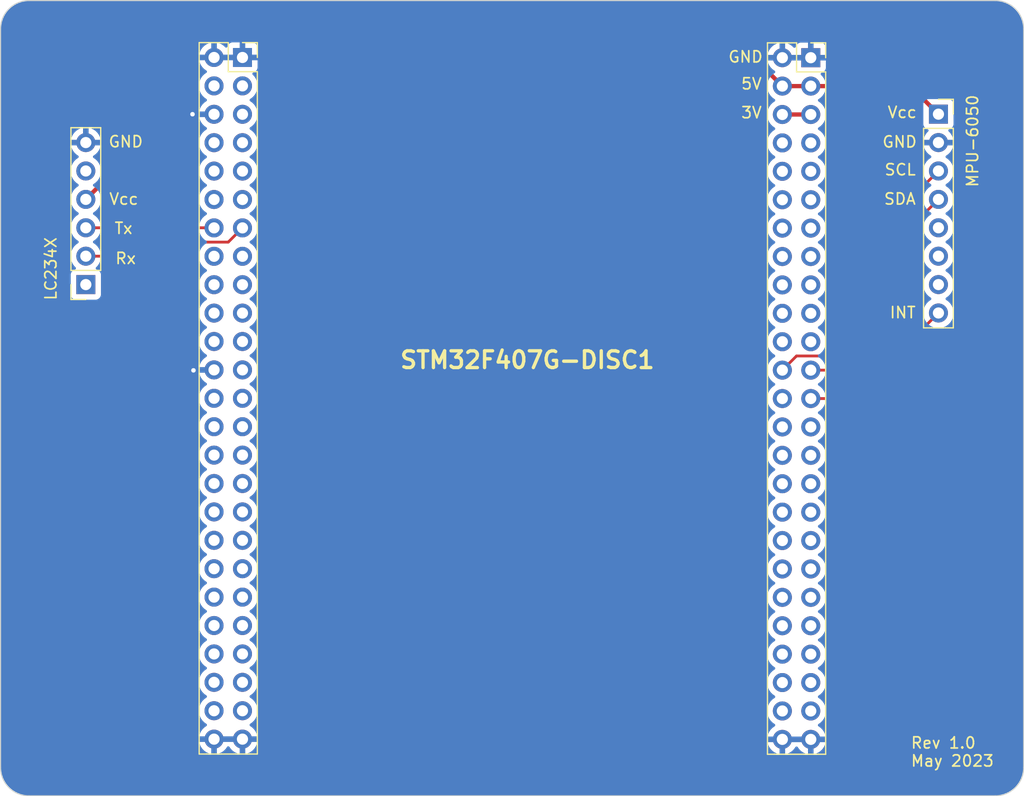
<source format=kicad_pcb>
(kicad_pcb (version 20221018) (generator pcbnew)
  (layers (0 "F.Cu" signal) (31 "B.Cu" signal) (34 "B.Paste" user) (35 "F.Paste" user) (36 "B.SilkS" user "B.Silkscreen") (37 "F.SilkS" user "F.Silkscreen") (38 "B.Mask" user) (39 "F.Mask" user) (44 "Edge.Cuts" user))
  (net 0 "")
  (net 1 "GND")
  (net 11 "Tx")
  (net 12 "Rx")
  (net 19 "INT")
  (net 35 "+5V")
  (net 36 "+3V0")
  (net 53 "SDA")
  (net 54 "SCL")
  (footprint "Connector_PinSocket_2.54mm:PinSocket_1x06_P2.54mm_Vertical" (layer "F.Cu") (at 81.28 81.28 180)
    (fp_text reference "J4" hide)
    (fp_text value "LC234X_Conn")
    (fp_line (start -1.33 1.27) (end -1.33 14.03) (stroke (width 0.12)) (layer "F.SilkS"))
    (fp_line (start -1.33 1.27) (end 1.33 1.27) (stroke (width 0.12)) (layer "F.SilkS"))
    (fp_line (start -1.33 14.03) (end 1.33 14.03) (stroke (width 0.12)) (layer "F.SilkS"))
    (fp_line (start 0 -1.33) (end 1.33 -1.33) (stroke (width 0.12)) (layer "F.SilkS"))
    (fp_line (start 1.33 -1.33) (end 1.33 0) (stroke (width 0.12)) (layer "F.SilkS"))
    (fp_line (start 1.33 1.27) (end 1.33 14.03) (stroke (width 0.12)) (layer "F.SilkS"))
    (pad "1" thru_hole rect (at 0 0 180) (size 1.7 1.7) (drill 1) (layers "*.Cu" "*.Mask"))
    (pad "2" thru_hole oval (at 0 2.54 180) (size 1.7 1.7) (drill 1) (layers "*.Cu" "*.Mask") (net 11 "Tx"))
    (pad "3" thru_hole oval (at 0 5.08 180) (size 1.7 1.7) (drill 1) (layers "*.Cu" "*.Mask") (net 12 "Rx"))
    (pad "4" thru_hole oval (at 0 7.62 180) (size 1.7 1.7) (drill 1) (layers "*.Cu" "*.Mask") (net 35 "+5V"))
    (pad "5" thru_hole oval (at 0 10.16 180) (size 1.7 1.7) (drill 1) (layers "*.Cu" "*.Mask"))
    (pad "6" thru_hole oval (at 0 12.7 180) (size 1.7 1.7) (drill 1) (layers "*.Cu" "*.Mask") (net 1 "GND"))
  )
  (footprint "Connector_PinSocket_2.54mm:PinSocket_2x25_P2.54mm_Vertical" (layer "F.Cu") (at 146.07 60.99)
    (fp_text reference "J2")
    (fp_text value "Discovery Board Conn 2")
    (fp_line (start -3.87 -1.33) (end -3.87 62.29) (stroke (width 0.12)) (layer "F.SilkS"))
    (fp_line (start -3.87 -1.33) (end -1.27 -1.33) (stroke (width 0.12)) (layer "F.SilkS"))
    (fp_line (start -3.87 62.29) (end 1.33 62.29) (stroke (width 0.12)) (layer "F.SilkS"))
    (fp_line (start -1.27 -1.33) (end -1.27 1.27) (stroke (width 0.12)) (layer "F.SilkS"))
    (fp_line (start -1.27 1.27) (end 1.33 1.27) (stroke (width 0.12)) (layer "F.SilkS"))
    (fp_line (start 0 -1.33) (end 1.33 -1.33) (stroke (width 0.12)) (layer "F.SilkS"))
    (fp_line (start 1.33 -1.33) (end 1.33 0) (stroke (width 0.12)) (layer "F.SilkS"))
    (fp_line (start 1.33 1.27) (end 1.33 62.29) (stroke (width 0.12)) (layer "F.SilkS"))
    (pad "1" thru_hole rect (at 0 0) (size 1.7 1.7) (drill 1) (layers "*.Cu" "*.Mask") (net 1 "GND"))
    (pad "2" thru_hole oval (at -2.54 0) (size 1.7 1.7) (drill 1) (layers "*.Cu" "*.Mask") (net 1 "GND"))
    (pad "3" thru_hole oval (at 0 2.54) (size 1.7 1.7) (drill 1) (layers "*.Cu" "*.Mask") (net 35 "+5V"))
    (pad "4" thru_hole oval (at -2.54 2.54) (size 1.7 1.7) (drill 1) (layers "*.Cu" "*.Mask") (net 35 "+5V"))
    (pad "5" thru_hole oval (at 0 5.08) (size 1.7 1.7) (drill 1) (layers "*.Cu" "*.Mask") (net 36 "+3V0"))
    (pad "6" thru_hole oval (at -2.54 5.08) (size 1.7 1.7) (drill 1) (layers "*.Cu" "*.Mask") (net 36 "+3V0"))
    (pad "7" thru_hole oval (at 0 7.62) (size 1.7 1.7) (drill 1) (layers "*.Cu" "*.Mask"))
    (pad "8" thru_hole oval (at -2.54 7.62) (size 1.7 1.7) (drill 1) (layers "*.Cu" "*.Mask"))
    (pad "9" thru_hole oval (at 0 10.16) (size 1.7 1.7) (drill 1) (layers "*.Cu" "*.Mask"))
    (pad "10" thru_hole oval (at -2.54 10.16) (size 1.7 1.7) (drill 1) (layers "*.Cu" "*.Mask"))
    (pad "11" thru_hole oval (at 0 12.7) (size 1.7 1.7) (drill 1) (layers "*.Cu" "*.Mask"))
    (pad "12" thru_hole oval (at -2.54 12.7) (size 1.7 1.7) (drill 1) (layers "*.Cu" "*.Mask"))
    (pad "13" thru_hole oval (at 0 15.24) (size 1.7 1.7) (drill 1) (layers "*.Cu" "*.Mask"))
    (pad "14" thru_hole oval (at -2.54 15.24) (size 1.7 1.7) (drill 1) (layers "*.Cu" "*.Mask"))
    (pad "15" thru_hole oval (at 0 17.78) (size 1.7 1.7) (drill 1) (layers "*.Cu" "*.Mask"))
    (pad "16" thru_hole oval (at -2.54 17.78) (size 1.7 1.7) (drill 1) (layers "*.Cu" "*.Mask"))
    (pad "17" thru_hole oval (at 0 20.32) (size 1.7 1.7) (drill 1) (layers "*.Cu" "*.Mask"))
    (pad "18" thru_hole oval (at -2.54 20.32) (size 1.7 1.7) (drill 1) (layers "*.Cu" "*.Mask"))
    (pad "19" thru_hole oval (at 0 22.86) (size 1.7 1.7) (drill 1) (layers "*.Cu" "*.Mask"))
    (pad "20" thru_hole oval (at -2.54 22.86) (size 1.7 1.7) (drill 1) (layers "*.Cu" "*.Mask"))
    (pad "21" thru_hole oval (at 0 25.4) (size 1.7 1.7) (drill 1) (layers "*.Cu" "*.Mask"))
    (pad "22" thru_hole oval (at -2.54 25.4) (size 1.7 1.7) (drill 1) (layers "*.Cu" "*.Mask"))
    (pad "23" thru_hole oval (at 0 27.94) (size 1.7 1.7) (drill 1) (layers "*.Cu" "*.Mask") (net 53 "SDA"))
    (pad "24" thru_hole oval (at -2.54 27.94) (size 1.7 1.7) (drill 1) (layers "*.Cu" "*.Mask") (net 54 "SCL"))
    (pad "25" thru_hole oval (at 0 30.48) (size 1.7 1.7) (drill 1) (layers "*.Cu" "*.Mask") (net 19 "INT"))
    (pad "26" thru_hole oval (at -2.54 30.48) (size 1.7 1.7) (drill 1) (layers "*.Cu" "*.Mask"))
    (pad "27" thru_hole oval (at 0 33.02) (size 1.7 1.7) (drill 1) (layers "*.Cu" "*.Mask"))
    (pad "28" thru_hole oval (at -2.54 33.02) (size 1.7 1.7) (drill 1) (layers "*.Cu" "*.Mask"))
    (pad "29" thru_hole oval (at 0 35.56) (size 1.7 1.7) (drill 1) (layers "*.Cu" "*.Mask"))
    (pad "30" thru_hole oval (at -2.54 35.56) (size 1.7 1.7) (drill 1) (layers "*.Cu" "*.Mask"))
    (pad "31" thru_hole oval (at 0 38.1) (size 1.7 1.7) (drill 1) (layers "*.Cu" "*.Mask"))
    (pad "32" thru_hole oval (at -2.54 38.1) (size 1.7 1.7) (drill 1) (layers "*.Cu" "*.Mask"))
    (pad "33" thru_hole oval (at 0 40.64) (size 1.7 1.7) (drill 1) (layers "*.Cu" "*.Mask"))
    (pad "34" thru_hole oval (at -2.54 40.64) (size 1.7 1.7) (drill 1) (layers "*.Cu" "*.Mask"))
    (pad "35" thru_hole oval (at 0 43.18) (size 1.7 1.7) (drill 1) (layers "*.Cu" "*.Mask"))
    (pad "36" thru_hole oval (at -2.54 43.18) (size 1.7 1.7) (drill 1) (layers "*.Cu" "*.Mask"))
    (pad "37" thru_hole oval (at 0 45.72) (size 1.7 1.7) (drill 1) (layers "*.Cu" "*.Mask"))
    (pad "38" thru_hole oval (at -2.54 45.72) (size 1.7 1.7) (drill 1) (layers "*.Cu" "*.Mask"))
    (pad "39" thru_hole oval (at 0 48.26) (size 1.7 1.7) (drill 1) (layers "*.Cu" "*.Mask"))
    (pad "40" thru_hole oval (at -2.54 48.26) (size 1.7 1.7) (drill 1) (layers "*.Cu" "*.Mask"))
    (pad "41" thru_hole oval (at 0 50.8) (size 1.7 1.7) (drill 1) (layers "*.Cu" "*.Mask"))
    (pad "42" thru_hole oval (at -2.54 50.8) (size 1.7 1.7) (drill 1) (layers "*.Cu" "*.Mask"))
    (pad "43" thru_hole oval (at 0 53.34) (size 1.7 1.7) (drill 1) (layers "*.Cu" "*.Mask"))
    (pad "44" thru_hole oval (at -2.54 53.34) (size 1.7 1.7) (drill 1) (layers "*.Cu" "*.Mask"))
    (pad "45" thru_hole oval (at 0 55.88) (size 1.7 1.7) (drill 1) (layers "*.Cu" "*.Mask"))
    (pad "46" thru_hole oval (at -2.54 55.88) (size 1.7 1.7) (drill 1) (layers "*.Cu" "*.Mask"))
    (pad "47" thru_hole oval (at 0 58.42) (size 1.7 1.7) (drill 1) (layers "*.Cu" "*.Mask"))
    (pad "48" thru_hole oval (at -2.54 58.42) (size 1.7 1.7) (drill 1) (layers "*.Cu" "*.Mask"))
    (pad "49" thru_hole oval (at 0 60.96) (size 1.7 1.7) (drill 1) (layers "*.Cu" "*.Mask") (net 1 "GND"))
    (pad "50" thru_hole oval (at -2.54 60.96) (size 1.7 1.7) (drill 1) (layers "*.Cu" "*.Mask") (net 1 "GND"))
  )
  (footprint "Connector_PinSocket_2.54mm:PinSocket_1x08_P2.54mm_Vertical" (layer "F.Cu") (at 157.48 66.04)
    (fp_text reference "J3" hide)
    (fp_text value "MPU6050_Conn")
    (fp_line (start -1.33 1.27) (end -1.33 19.11) (stroke (width 0.12)) (layer "F.SilkS"))
    (fp_line (start -1.33 1.27) (end 1.33 1.27) (stroke (width 0.12)) (layer "F.SilkS"))
    (fp_line (start -1.33 19.11) (end 1.33 19.11) (stroke (width 0.12)) (layer "F.SilkS"))
    (fp_line (start 0 -1.33) (end 1.33 -1.33) (stroke (width 0.12)) (layer "F.SilkS"))
    (fp_line (start 1.33 -1.33) (end 1.33 0) (stroke (width 0.12)) (layer "F.SilkS"))
    (fp_line (start 1.33 1.27) (end 1.33 19.11) (stroke (width 0.12)) (layer "F.SilkS"))
    (pad "1" thru_hole rect (at 0 0) (size 1.7 1.7) (drill 1) (layers "*.Cu" "*.Mask") (net 35 "+5V"))
    (pad "2" thru_hole oval (at 0 2.54) (size 1.7 1.7) (drill 1) (layers "*.Cu" "*.Mask") (net 1 "GND"))
    (pad "3" thru_hole oval (at 0 5.08) (size 1.7 1.7) (drill 1) (layers "*.Cu" "*.Mask") (net 54 "SCL"))
    (pad "4" thru_hole oval (at 0 7.62) (size 1.7 1.7) (drill 1) (layers "*.Cu" "*.Mask") (net 53 "SDA"))
    (pad "5" thru_hole oval (at 0 10.16) (size 1.7 1.7) (drill 1) (layers "*.Cu" "*.Mask"))
    (pad "6" thru_hole oval (at 0 12.7) (size 1.7 1.7) (drill 1) (layers "*.Cu" "*.Mask"))
    (pad "7" thru_hole oval (at 0 15.24) (size 1.7 1.7) (drill 1) (layers "*.Cu" "*.Mask"))
    (pad "8" thru_hole oval (at 0 17.78) (size 1.7 1.7) (drill 1) (layers "*.Cu" "*.Mask") (net 19 "INT"))
  )
  (footprint "Connector_PinSocket_2.54mm:PinSocket_2x25_P2.54mm_Vertical" (layer "F.Cu") (at 95.28 60.97)
    (fp_text reference "J1")
    (fp_text value "Discovery Board Conn 1")
    (fp_line (start -3.87 -1.33) (end -3.87 62.29) (stroke (width 0.12)) (layer "F.SilkS"))
    (fp_line (start -3.87 -1.33) (end -1.27 -1.33) (stroke (width 0.12)) (layer "F.SilkS"))
    (fp_line (start -3.87 62.29) (end 1.33 62.29) (stroke (width 0.12)) (layer "F.SilkS"))
    (fp_line (start -1.27 -1.33) (end -1.27 1.27) (stroke (width 0.12)) (layer "F.SilkS"))
    (fp_line (start -1.27 1.27) (end 1.33 1.27) (stroke (width 0.12)) (layer "F.SilkS"))
    (fp_line (start 0 -1.33) (end 1.33 -1.33) (stroke (width 0.12)) (layer "F.SilkS"))
    (fp_line (start 1.33 -1.33) (end 1.33 0) (stroke (width 0.12)) (layer "F.SilkS"))
    (fp_line (start 1.33 1.27) (end 1.33 62.29) (stroke (width 0.12)) (layer "F.SilkS"))
    (pad "1" thru_hole rect (at 0 0) (size 1.7 1.7) (drill 1) (layers "*.Cu" "*.Mask") (net 1 "GND"))
    (pad "2" thru_hole oval (at -2.54 0) (size 1.7 1.7) (drill 1) (layers "*.Cu" "*.Mask") (net 1 "GND"))
    (pad "3" thru_hole oval (at 0 2.54) (size 1.7 1.7) (drill 1) (layers "*.Cu" "*.Mask"))
    (pad "4" thru_hole oval (at -2.54 2.54) (size 1.7 1.7) (drill 1) (layers "*.Cu" "*.Mask"))
    (pad "5" thru_hole oval (at 0 5.08) (size 1.7 1.7) (drill 1) (layers "*.Cu" "*.Mask"))
    (pad "6" thru_hole oval (at -2.54 5.08) (size 1.7 1.7) (drill 1) (layers "*.Cu" "*.Mask") (net 1 "GND"))
    (pad "7" thru_hole oval (at 0 7.62) (size 1.7 1.7) (drill 1) (layers "*.Cu" "*.Mask"))
    (pad "8" thru_hole oval (at -2.54 7.62) (size 1.7 1.7) (drill 1) (layers "*.Cu" "*.Mask"))
    (pad "9" thru_hole oval (at 0 10.16) (size 1.7 1.7) (drill 1) (layers "*.Cu" "*.Mask"))
    (pad "10" thru_hole oval (at -2.54 10.16) (size 1.7 1.7) (drill 1) (layers "*.Cu" "*.Mask"))
    (pad "11" thru_hole oval (at 0 12.7) (size 1.7 1.7) (drill 1) (layers "*.Cu" "*.Mask"))
    (pad "12" thru_hole oval (at -2.54 12.7) (size 1.7 1.7) (drill 1) (layers "*.Cu" "*.Mask"))
    (pad "13" thru_hole oval (at 0 15.24) (size 1.7 1.7) (drill 1) (layers "*.Cu" "*.Mask") (net 11 "Tx"))
    (pad "14" thru_hole oval (at -2.54 15.24) (size 1.7 1.7) (drill 1) (layers "*.Cu" "*.Mask") (net 12 "Rx"))
    (pad "15" thru_hole oval (at 0 17.78) (size 1.7 1.7) (drill 1) (layers "*.Cu" "*.Mask"))
    (pad "16" thru_hole oval (at -2.54 17.78) (size 1.7 1.7) (drill 1) (layers "*.Cu" "*.Mask"))
    (pad "17" thru_hole oval (at 0 20.32) (size 1.7 1.7) (drill 1) (layers "*.Cu" "*.Mask"))
    (pad "18" thru_hole oval (at -2.54 20.32) (size 1.7 1.7) (drill 1) (layers "*.Cu" "*.Mask"))
    (pad "19" thru_hole oval (at 0 22.86) (size 1.7 1.7) (drill 1) (layers "*.Cu" "*.Mask"))
    (pad "20" thru_hole oval (at -2.54 22.86) (size 1.7 1.7) (drill 1) (layers "*.Cu" "*.Mask"))
    (pad "21" thru_hole oval (at 0 25.4) (size 1.7 1.7) (drill 1) (layers "*.Cu" "*.Mask"))
    (pad "22" thru_hole oval (at -2.54 25.4) (size 1.7 1.7) (drill 1) (layers "*.Cu" "*.Mask"))
    (pad "23" thru_hole oval (at 0 27.94) (size 1.7 1.7) (drill 1) (layers "*.Cu" "*.Mask"))
    (pad "24" thru_hole oval (at -2.54 27.94) (size 1.7 1.7) (drill 1) (layers "*.Cu" "*.Mask") (net 1 "GND"))
    (pad "25" thru_hole oval (at 0 30.48) (size 1.7 1.7) (drill 1) (layers "*.Cu" "*.Mask"))
    (pad "26" thru_hole oval (at -2.54 30.48) (size 1.7 1.7) (drill 1) (layers "*.Cu" "*.Mask"))
    (pad "27" thru_hole oval (at 0 33.02) (size 1.7 1.7) (drill 1) (layers "*.Cu" "*.Mask"))
    (pad "28" thru_hole oval (at -2.54 33.02) (size 1.7 1.7) (drill 1) (layers "*.Cu" "*.Mask"))
    (pad "29" thru_hole oval (at 0 35.56) (size 1.7 1.7) (drill 1) (layers "*.Cu" "*.Mask"))
    (pad "30" thru_hole oval (at -2.54 35.56) (size 1.7 1.7) (drill 1) (layers "*.Cu" "*.Mask"))
    (pad "31" thru_hole oval (at 0 38.1) (size 1.7 1.7) (drill 1) (layers "*.Cu" "*.Mask"))
    (pad "32" thru_hole oval (at -2.54 38.1) (size 1.7 1.7) (drill 1) (layers "*.Cu" "*.Mask"))
    (pad "33" thru_hole oval (at 0 40.64) (size 1.7 1.7) (drill 1) (layers "*.Cu" "*.Mask"))
    (pad "34" thru_hole oval (at -2.54 40.64) (size 1.7 1.7) (drill 1) (layers "*.Cu" "*.Mask"))
    (pad "35" thru_hole oval (at 0 43.18) (size 1.7 1.7) (drill 1) (layers "*.Cu" "*.Mask"))
    (pad "36" thru_hole oval (at -2.54 43.18) (size 1.7 1.7) (drill 1) (layers "*.Cu" "*.Mask"))
    (pad "37" thru_hole oval (at 0 45.72) (size 1.7 1.7) (drill 1) (layers "*.Cu" "*.Mask"))
    (pad "38" thru_hole oval (at -2.54 45.72) (size 1.7 1.7) (drill 1) (layers "*.Cu" "*.Mask"))
    (pad "39" thru_hole oval (at 0 48.26) (size 1.7 1.7) (drill 1) (layers "*.Cu" "*.Mask"))
    (pad "40" thru_hole oval (at -2.54 48.26) (size 1.7 1.7) (drill 1) (layers "*.Cu" "*.Mask"))
    (pad "41" thru_hole oval (at 0 50.8) (size 1.7 1.7) (drill 1) (layers "*.Cu" "*.Mask"))
    (pad "42" thru_hole oval (at -2.54 50.8) (size 1.7 1.7) (drill 1) (layers "*.Cu" "*.Mask"))
    (pad "43" thru_hole oval (at 0 53.34) (size 1.7 1.7) (drill 1) (layers "*.Cu" "*.Mask"))
    (pad "44" thru_hole oval (at -2.54 53.34) (size 1.7 1.7) (drill 1) (layers "*.Cu" "*.Mask"))
    (pad "45" thru_hole oval (at 0 55.88) (size 1.7 1.7) (drill 1) (layers "*.Cu" "*.Mask"))
    (pad "46" thru_hole oval (at -2.54 55.88) (size 1.7 1.7) (drill 1) (layers "*.Cu" "*.Mask"))
    (pad "47" thru_hole oval (at 0 58.42) (size 1.7 1.7) (drill 1) (layers "*.Cu" "*.Mask"))
    (pad "48" thru_hole oval (at -2.54 58.42) (size 1.7 1.7) (drill 1) (layers "*.Cu" "*.Mask"))
    (pad "49" thru_hole oval (at 0 60.96) (size 1.7 1.7) (drill 1) (layers "*.Cu" "*.Mask") (net 1 "GND"))
    (pad "50" thru_hole oval (at -2.54 60.96) (size 1.7 1.7) (drill 1) (layers "*.Cu" "*.Mask") (net 1 "GND"))
  )
  (gr_line (start 76.2 55.88) (end 162.56 55.88) (stroke (width 0.1)) (layer "Edge.Cuts"))
  (gr_arc (start 162.56 55.88) (mid 164.356051 56.623949) (end 165.1 58.42) (stroke (width 0.1)) (layer "Edge.Cuts"))
  (gr_line (start 73.66 124.46) (end 73.66 58.42) (stroke (width 0.1)) (layer "Edge.Cuts"))
  (gr_arc (start 165.1 124.46) (mid 164.356051 126.256051) (end 162.56 127) (stroke (width 0.1)) (layer "Edge.Cuts"))
  (gr_line (start 165.1 58.42) (end 165.1 124.46) (stroke (width 0.1)) (layer "Edge.Cuts"))
  (gr_arc (start 76.2 127) (mid 74.403949 126.256051) (end 73.66 124.46) (stroke (width 0.1)) (layer "Edge.Cuts"))
  (gr_arc (start 73.66 58.42) (mid 74.403949 56.623949) (end 76.2 55.88) (stroke (width 0.1)) (layer "Edge.Cuts"))
  (gr_line (start 162.56 127) (end 76.2 127) (stroke (width 0.1)) (layer "Edge.Cuts"))
  (gr_text "GND" (at 84.851848 68.500351) (layer "F.SilkS") (effects (font (size 1 1))))
  (gr_text "INT" (at 154.2896 83.7826) (layer "F.SilkS") (effects (font (size 1 1))))
  (gr_text "3V" (at 139.767298 66.48943) (layer "F.SilkS") (effects (font (size 1 1)) (justify left bottom)))
  (gr_text "Vcc" (at 154.2388 65.8756) (layer "F.SilkS") (effects (font (size 1 1))))
  (gr_text "5V" (at 139.767298 63.908025) (layer "F.SilkS") (effects (font (size 1 1)) (justify left bottom)))
  (gr_text "SCL" (at 154.061 71.0064) (layer "F.SilkS") (effects (font (size 1 1))))
  (gr_text "LC234X" (at 78.739999 82.773009 90) (layer "F.SilkS") (effects (font (size 1 1)) (justify left bottom)))
  (gr_text "STM32F407G-DISC1" (at 109.22 88.9) (layer "F.SilkS") (effects (font (size 1.5 1.5) (thickness 0.3) bold) (justify left bottom)))
  (gr_text "MPU-6050" (at 161.113867 72.657171 90) (layer "F.SilkS") (effects (font (size 1 1)) (justify left bottom)))
  (gr_text "Vcc" (at 84.674048 73.631151) (layer "F.SilkS") (effects (font (size 1 1))))
  (gr_text "Rev 1.0\nMay 2023" (at 154.94 124.46) (layer "F.SilkS") (effects (font (size 1 1)) (justify left bottom)))
  (gr_text "GND" (at 154.0102 68.5172) (layer "F.SilkS") (effects (font (size 1 1))))
  (gr_text "Rx" (at 84.837094 78.939905) (layer "F.SilkS") (effects (font (size 1 1))))
  (gr_text "Tx" (at 84.648648 76.247351) (layer "F.SilkS") (effects (font (size 1 1))))
  (gr_text "GND" (at 138.620007 61.498713) (layer "F.SilkS") (effects (font (size 1 1)) (justify left bottom)))
  (gr_text "SDA" (at 154.0356 73.6226) (layer "F.SilkS") (effects (font (size 1 1))))
  (segment (start 92.74 88.91) (end 90.940425 88.91) (width 0.25) (layer "F.Cu") (net 1))
  (segment (start 90.818972 66.05) (end 90.813866 66.044894) (width 0.25) (layer "F.Cu") (net 1))
  (segment (start 92.74 66.05) (end 90.818972 66.05) (width 0.25) (layer "F.Cu") (net 1))
  (segment (start 90.940425 88.91) (end 90.899856 88.950569) (width 0.25) (layer "F.Cu") (net 1))
  (via (at 90.813866 66.044894) (size 0.8) (drill 0.4) (layers "F.Cu" "B.Cu") (net 1))
  (via (at 90.899856 88.950569) (size 0.8) (drill 0.4) (layers "F.Cu" "B.Cu") (net 1))
  (segment (start 94.009206 77.480794) (end 95.28 76.21) (width 0.25) (layer "F.Cu") (net 11))
  (segment (start 90.159206 77.480794) (end 94.009206 77.480794) (width 0.25) (layer "F.Cu") (net 11))
  (segment (start 88.9 78.74) (end 90.159206 77.480794) (width 0.25) (layer "F.Cu") (net 11))
  (segment (start 81.28 78.74) (end 88.9 78.74) (width 0.25) (layer "F.Cu") (net 11))
  (segment (start 81.28 76.2) (end 92.73 76.2) (width 0.25) (layer "F.Cu") (net 12))
  (segment (start 92.73 76.2) (end 92.74 76.21) (width 0.25) (layer "F.Cu") (net 12))
  (segment (start 149.83 91.47) (end 146.07 91.47) (width 0.25) (layer "F.Cu") (net 19))
  (segment (start 157.48 83.82) (end 149.83 91.47) (width 0.25) (layer "F.Cu") (net 19))
  (segment (start 89.262692 58.057308) (end 86.36 60.96) (width 0.381) (layer "F.Cu") (net 35))
  (segment (start 138.057308 58.057308) (end 89.262692 58.057308) (width 0.381) (layer "F.Cu") (net 35))
  (segment (start 86.36 68.58) (end 81.28 73.66) (width 0.381) (layer "F.Cu") (net 35))
  (segment (start 143.53 63.53) (end 138.057308 58.057308) (width 0.381) (layer "F.Cu") (net 35))
  (segment (start 146.07 63.53) (end 154.97 63.53) (width 0.381) (layer "F.Cu") (net 35))
  (segment (start 154.97 63.53) (end 157.48 66.04) (width 0.381) (layer "F.Cu") (net 35))
  (segment (start 143.53 63.53) (end 146.07 63.53) (width 0.381) (layer "F.Cu") (net 35))
  (segment (start 86.36 60.96) (end 86.36 68.58) (width 0.381) (layer "F.Cu") (net 35))
  (segment (start 146.07 66.07) (end 143.53 66.07) (width 0.381) (layer "F.Cu") (net 36))
  (segment (start 149.83 88.93) (end 146.07 88.93) (width 0.25) (layer "F.Cu") (net 53))
  (segment (start 154.94 76.2) (end 154.94 83.82) (width 0.25) (layer "F.Cu") (net 53))
  (segment (start 154.94 83.82) (end 149.83 88.93) (width 0.25) (layer "F.Cu") (net 53))
  (segment (start 157.48 73.66) (end 154.94 76.2) (width 0.25) (layer "F.Cu") (net 53))
  (segment (start 144.795799 87.664201) (end 143.53 88.93) (width 0.25) (layer "F.Cu") (net 54))
  (segment (start 157.48 71.12) (end 152.4 76.2) (width 0.25) (layer "F.Cu") (net 54))
  (segment (start 152.4 83.82) (end 148.555799 87.664201) (width 0.25) (layer "F.Cu") (net 54))
  (segment (start 148.555799 87.664201) (end 144.795799 87.664201) (width 0.25) (layer "F.Cu") (net 54))
  (segment (start 152.4 76.2) (end 152.4 83.82) (width 0.25) (layer "F.Cu") (net 54))
  (zone (net 1) (net_name "GND") (layer "B.Cu") (connect_pads (clearance 0.5)) (min_thickness 0.25) (fill yes (thermal_gap 0.5) (thermal_bridge_width 0.5))
    (polygon (pts (xy 73.66 55.88) (xy 165.1 55.88) (xy 165.1 127) (xy 73.66 127)))
  )
)
</source>
